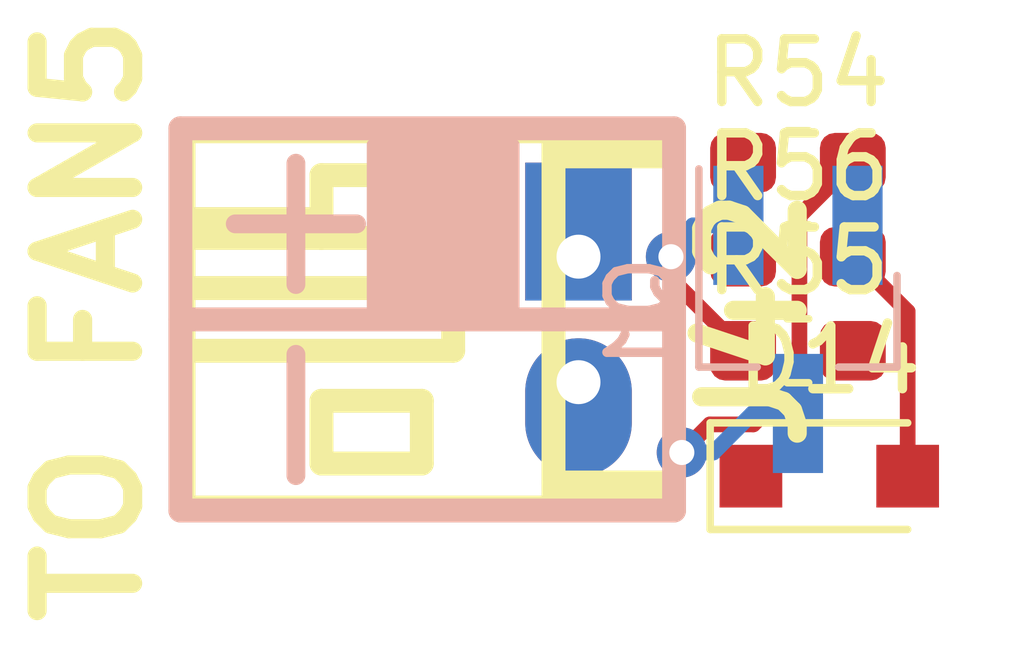
<source format=kicad_pcb>
(kicad_pcb (version 20171130) (host pcbnew 5.0.2-bee76a0~70~ubuntu18.04.1)

  (general
    (thickness 1.6)
    (drawings 0)
    (tracks 18)
    (zones 0)
    (modules 6)
    (nets 10)
  )

  (page A4)
  (layers
    (0 F.Cu signal)
    (31 B.Cu signal)
    (32 B.Adhes user)
    (33 F.Adhes user)
    (34 B.Paste user)
    (35 F.Paste user)
    (36 B.SilkS user)
    (37 F.SilkS user)
    (38 B.Mask user)
    (39 F.Mask user)
    (40 Dwgs.User user)
    (41 Cmts.User user)
    (42 Eco1.User user)
    (43 Eco2.User user)
    (44 Edge.Cuts user)
    (45 Margin user)
    (46 B.CrtYd user)
    (47 F.CrtYd user)
    (48 B.Fab user)
    (49 F.Fab user)
  )

  (setup
    (last_trace_width 0.25)
    (trace_clearance 0.2)
    (zone_clearance 0.508)
    (zone_45_only no)
    (trace_min 0.2)
    (segment_width 0.2)
    (edge_width 0.1)
    (via_size 0.8)
    (via_drill 0.4)
    (via_min_size 0.4)
    (via_min_drill 0.3)
    (uvia_size 0.3)
    (uvia_drill 0.1)
    (uvias_allowed no)
    (uvia_min_size 0.2)
    (uvia_min_drill 0.1)
    (pcb_text_width 0.3)
    (pcb_text_size 1.5 1.5)
    (mod_edge_width 0.15)
    (mod_text_size 1 1)
    (mod_text_width 0.15)
    (pad_size 1.5 1.5)
    (pad_drill 0.6)
    (pad_to_mask_clearance 0)
    (aux_axis_origin 0 0)
    (visible_elements FFFFEF7F)
    (pcbplotparams
      (layerselection 0x010fc_ffffffff)
      (usegerberextensions false)
      (usegerberattributes false)
      (usegerberadvancedattributes false)
      (creategerberjobfile false)
      (excludeedgelayer true)
      (linewidth 0.100000)
      (plotframeref false)
      (viasonmask false)
      (mode 1)
      (useauxorigin false)
      (hpglpennumber 1)
      (hpglpenspeed 20)
      (hpglpendiameter 15.000000)
      (psnegative false)
      (psa4output false)
      (plotreference true)
      (plotvalue true)
      (plotinvisibletext false)
      (padsonsilk false)
      (subtractmaskfromsilk false)
      (outputformat 1)
      (mirror false)
      (drillshape 1)
      (scaleselection 1)
      (outputdirectory ""))
  )

  (net 0 "")
  (net 1 "Net-(J42-Pad2)")
  (net 2 "Net-(J42-Pad1)")
  (net 3 VDD)
  (net 4 /FAN_PWM_OUTPUT)
  (net 5 /STM32_FAN_PWM)
  (net 6 "Net-(Q1-Pad1)")
  (net 7 /STM32_FAN_RPM)
  (net 8 GND)
  (net 9 /FAN_RPM)

  (net_class Default "This is the default net class."
    (clearance 0.2)
    (trace_width 0.25)
    (via_dia 0.8)
    (via_drill 0.4)
    (uvia_dia 0.3)
    (uvia_drill 0.1)
    (add_net /FAN_PWM_OUTPUT)
    (add_net /FAN_RPM)
    (add_net /STM32_FAN_PWM)
    (add_net /STM32_FAN_RPM)
    (add_net GND)
    (add_net "Net-(J42-Pad1)")
    (add_net "Net-(J42-Pad2)")
    (add_net "Net-(Q1-Pad1)")
    (add_net VDD)
  )

  (module Diode_SMD:D_SOD-323_HandSoldering (layer F.Cu) (tedit 58641869) (tstamp 5CC2B2B7)
    (at 13 22.5)
    (descr SOD-323)
    (tags SOD-323)
    (path /5BDC3BB5)
    (attr smd)
    (fp_text reference D14 (at 0 -1.85) (layer F.SilkS)
      (effects (font (size 1 1) (thickness 0.15)))
    )
    (fp_text value 1N4148 (at 0.1 1.9) (layer F.Fab)
      (effects (font (size 1 1) (thickness 0.15)))
    )
    (fp_text user %R (at 0 -1.85) (layer F.Fab)
      (effects (font (size 1 1) (thickness 0.15)))
    )
    (fp_line (start -1.9 -0.85) (end -1.9 0.85) (layer F.SilkS) (width 0.12))
    (fp_line (start 0.2 0) (end 0.45 0) (layer F.Fab) (width 0.1))
    (fp_line (start 0.2 0.35) (end -0.3 0) (layer F.Fab) (width 0.1))
    (fp_line (start 0.2 -0.35) (end 0.2 0.35) (layer F.Fab) (width 0.1))
    (fp_line (start -0.3 0) (end 0.2 -0.35) (layer F.Fab) (width 0.1))
    (fp_line (start -0.3 0) (end -0.5 0) (layer F.Fab) (width 0.1))
    (fp_line (start -0.3 -0.35) (end -0.3 0.35) (layer F.Fab) (width 0.1))
    (fp_line (start -0.9 0.7) (end -0.9 -0.7) (layer F.Fab) (width 0.1))
    (fp_line (start 0.9 0.7) (end -0.9 0.7) (layer F.Fab) (width 0.1))
    (fp_line (start 0.9 -0.7) (end 0.9 0.7) (layer F.Fab) (width 0.1))
    (fp_line (start -0.9 -0.7) (end 0.9 -0.7) (layer F.Fab) (width 0.1))
    (fp_line (start -2 -0.95) (end 2 -0.95) (layer F.CrtYd) (width 0.05))
    (fp_line (start 2 -0.95) (end 2 0.95) (layer F.CrtYd) (width 0.05))
    (fp_line (start -2 0.95) (end 2 0.95) (layer F.CrtYd) (width 0.05))
    (fp_line (start -2 -0.95) (end -2 0.95) (layer F.CrtYd) (width 0.05))
    (fp_line (start -1.9 0.85) (end 1.25 0.85) (layer F.SilkS) (width 0.12))
    (fp_line (start -1.9 -0.85) (end 1.25 -0.85) (layer F.SilkS) (width 0.12))
    (pad 1 smd rect (at -1.25 0) (size 1 1) (layers F.Cu F.Paste F.Mask)
      (net 9 /FAN_RPM))
    (pad 2 smd rect (at 1.25 0) (size 1 1) (layers F.Cu F.Paste F.Mask)
      (net 7 /STM32_FAN_RPM))
    (model ${KISYS3DMOD}/Diode_SMD.3dshapes/D_SOD-323.wrl
      (at (xyz 0 0 0))
      (scale (xyz 1 1 1))
      (rotate (xyz 0 0 0))
    )
  )

  (module Package_TO_SOT_SMD:SOT-23_Handsoldering (layer B.Cu) (tedit 5A0AB76C) (tstamp 5CC2B29F)
    (at 12.5 20 270)
    (descr "SOT-23, Handsoldering")
    (tags SOT-23)
    (path /5CC25062)
    (attr smd)
    (fp_text reference Q1 (at 0 2.5 270) (layer B.SilkS)
      (effects (font (size 1 1) (thickness 0.15)) (justify mirror))
    )
    (fp_text value SS9013_J3 (at 0 -2.5 270) (layer B.Fab)
      (effects (font (size 1 1) (thickness 0.15)) (justify mirror))
    )
    (fp_text user %R (at 0 0 180) (layer B.Fab)
      (effects (font (size 0.5 0.5) (thickness 0.075)) (justify mirror))
    )
    (fp_line (start 0.76 -1.58) (end 0.76 -0.65) (layer B.SilkS) (width 0.12))
    (fp_line (start 0.76 1.58) (end 0.76 0.65) (layer B.SilkS) (width 0.12))
    (fp_line (start -2.7 1.75) (end 2.7 1.75) (layer B.CrtYd) (width 0.05))
    (fp_line (start 2.7 1.75) (end 2.7 -1.75) (layer B.CrtYd) (width 0.05))
    (fp_line (start 2.7 -1.75) (end -2.7 -1.75) (layer B.CrtYd) (width 0.05))
    (fp_line (start -2.7 -1.75) (end -2.7 1.75) (layer B.CrtYd) (width 0.05))
    (fp_line (start 0.76 1.58) (end -2.4 1.58) (layer B.SilkS) (width 0.12))
    (fp_line (start -0.7 0.95) (end -0.7 -1.5) (layer B.Fab) (width 0.1))
    (fp_line (start -0.15 1.52) (end 0.7 1.52) (layer B.Fab) (width 0.1))
    (fp_line (start -0.7 0.95) (end -0.15 1.52) (layer B.Fab) (width 0.1))
    (fp_line (start 0.7 1.52) (end 0.7 -1.52) (layer B.Fab) (width 0.1))
    (fp_line (start -0.7 -1.52) (end 0.7 -1.52) (layer B.Fab) (width 0.1))
    (fp_line (start 0.76 -1.58) (end -0.7 -1.58) (layer B.SilkS) (width 0.12))
    (pad 1 smd rect (at -1.5 0.95 270) (size 1.9 0.8) (layers B.Cu B.Paste B.Mask)
      (net 6 "Net-(Q1-Pad1)"))
    (pad 2 smd rect (at -1.5 -0.95 270) (size 1.9 0.8) (layers B.Cu B.Paste B.Mask)
      (net 8 GND))
    (pad 3 smd rect (at 1.5 0 270) (size 1.9 0.8) (layers B.Cu B.Paste B.Mask)
      (net 4 /FAN_PWM_OUTPUT))
    (model ${KISYS3DMOD}/Package_TO_SOT_SMD.3dshapes/SOT-23.wrl
      (at (xyz 0 0 0))
      (scale (xyz 1 1 1))
      (rotate (xyz 0 0 0))
    )
  )

  (module Resistor_SMD:R_0603_1608Metric_Pad1.05x0.95mm_HandSolder (layer F.Cu) (tedit 5B301BBD) (tstamp 5CC2B28A)
    (at 12.5 19)
    (descr "Resistor SMD 0603 (1608 Metric), square (rectangular) end terminal, IPC_7351 nominal with elongated pad for handsoldering. (Body size source: http://www.tortai-tech.com/upload/download/2011102023233369053.pdf), generated with kicad-footprint-generator")
    (tags "resistor handsolder")
    (path /5BDC0610)
    (attr smd)
    (fp_text reference R56 (at 0 -1.43) (layer F.SilkS)
      (effects (font (size 1 1) (thickness 0.15)))
    )
    (fp_text value R103 (at 0 1.43) (layer F.Fab)
      (effects (font (size 1 1) (thickness 0.15)))
    )
    (fp_line (start -0.8 0.4) (end -0.8 -0.4) (layer F.Fab) (width 0.1))
    (fp_line (start -0.8 -0.4) (end 0.8 -0.4) (layer F.Fab) (width 0.1))
    (fp_line (start 0.8 -0.4) (end 0.8 0.4) (layer F.Fab) (width 0.1))
    (fp_line (start 0.8 0.4) (end -0.8 0.4) (layer F.Fab) (width 0.1))
    (fp_line (start -0.171267 -0.51) (end 0.171267 -0.51) (layer F.SilkS) (width 0.12))
    (fp_line (start -0.171267 0.51) (end 0.171267 0.51) (layer F.SilkS) (width 0.12))
    (fp_line (start -1.65 0.73) (end -1.65 -0.73) (layer F.CrtYd) (width 0.05))
    (fp_line (start -1.65 -0.73) (end 1.65 -0.73) (layer F.CrtYd) (width 0.05))
    (fp_line (start 1.65 -0.73) (end 1.65 0.73) (layer F.CrtYd) (width 0.05))
    (fp_line (start 1.65 0.73) (end -1.65 0.73) (layer F.CrtYd) (width 0.05))
    (fp_text user %R (at 0 0) (layer F.Fab)
      (effects (font (size 0.4 0.4) (thickness 0.06)))
    )
    (pad 1 smd roundrect (at -0.875 0) (size 1.05 0.95) (layers F.Cu F.Paste F.Mask) (roundrect_rratio 0.25)
      (net 3 VDD))
    (pad 2 smd roundrect (at 0.875 0) (size 1.05 0.95) (layers F.Cu F.Paste F.Mask) (roundrect_rratio 0.25)
      (net 7 /STM32_FAN_RPM))
    (model ${KISYS3DMOD}/Resistor_SMD.3dshapes/R_0603_1608Metric.wrl
      (at (xyz 0 0 0))
      (scale (xyz 1 1 1))
      (rotate (xyz 0 0 0))
    )
  )

  (module Resistor_SMD:R_0603_1608Metric_Pad1.05x0.95mm_HandSolder (layer F.Cu) (tedit 5B301BBD) (tstamp 5CC2B279)
    (at 12.5 20.5)
    (descr "Resistor SMD 0603 (1608 Metric), square (rectangular) end terminal, IPC_7351 nominal with elongated pad for handsoldering. (Body size source: http://www.tortai-tech.com/upload/download/2011102023233369053.pdf), generated with kicad-footprint-generator")
    (tags "resistor handsolder")
    (path /5CC2505E)
    (attr smd)
    (fp_text reference R55 (at 0 -1.43) (layer F.SilkS)
      (effects (font (size 1 1) (thickness 0.15)))
    )
    (fp_text value R471 (at 0 1.43) (layer F.Fab)
      (effects (font (size 1 1) (thickness 0.15)))
    )
    (fp_text user %R (at 0 0) (layer F.Fab)
      (effects (font (size 0.4 0.4) (thickness 0.06)))
    )
    (fp_line (start 1.65 0.73) (end -1.65 0.73) (layer F.CrtYd) (width 0.05))
    (fp_line (start 1.65 -0.73) (end 1.65 0.73) (layer F.CrtYd) (width 0.05))
    (fp_line (start -1.65 -0.73) (end 1.65 -0.73) (layer F.CrtYd) (width 0.05))
    (fp_line (start -1.65 0.73) (end -1.65 -0.73) (layer F.CrtYd) (width 0.05))
    (fp_line (start -0.171267 0.51) (end 0.171267 0.51) (layer F.SilkS) (width 0.12))
    (fp_line (start -0.171267 -0.51) (end 0.171267 -0.51) (layer F.SilkS) (width 0.12))
    (fp_line (start 0.8 0.4) (end -0.8 0.4) (layer F.Fab) (width 0.1))
    (fp_line (start 0.8 -0.4) (end 0.8 0.4) (layer F.Fab) (width 0.1))
    (fp_line (start -0.8 -0.4) (end 0.8 -0.4) (layer F.Fab) (width 0.1))
    (fp_line (start -0.8 0.4) (end -0.8 -0.4) (layer F.Fab) (width 0.1))
    (pad 2 smd roundrect (at 0.875 0) (size 1.05 0.95) (layers F.Cu F.Paste F.Mask) (roundrect_rratio 0.25)
      (net 5 /STM32_FAN_PWM))
    (pad 1 smd roundrect (at -0.875 0) (size 1.05 0.95) (layers F.Cu F.Paste F.Mask) (roundrect_rratio 0.25)
      (net 6 "Net-(Q1-Pad1)"))
    (model ${KISYS3DMOD}/Resistor_SMD.3dshapes/R_0603_1608Metric.wrl
      (at (xyz 0 0 0))
      (scale (xyz 1 1 1))
      (rotate (xyz 0 0 0))
    )
  )

  (module Resistor_SMD:R_0603_1608Metric_Pad1.05x0.95mm_HandSolder (layer F.Cu) (tedit 5B301BBD) (tstamp 5CC2B268)
    (at 12.5 17.5)
    (descr "Resistor SMD 0603 (1608 Metric), square (rectangular) end terminal, IPC_7351 nominal with elongated pad for handsoldering. (Body size source: http://www.tortai-tech.com/upload/download/2011102023233369053.pdf), generated with kicad-footprint-generator")
    (tags "resistor handsolder")
    (path /5CC2505F)
    (attr smd)
    (fp_text reference R54 (at 0 -1.43) (layer F.SilkS)
      (effects (font (size 1 1) (thickness 0.15)))
    )
    (fp_text value R331 (at 0 1.43) (layer F.Fab)
      (effects (font (size 1 1) (thickness 0.15)))
    )
    (fp_line (start -0.8 0.4) (end -0.8 -0.4) (layer F.Fab) (width 0.1))
    (fp_line (start -0.8 -0.4) (end 0.8 -0.4) (layer F.Fab) (width 0.1))
    (fp_line (start 0.8 -0.4) (end 0.8 0.4) (layer F.Fab) (width 0.1))
    (fp_line (start 0.8 0.4) (end -0.8 0.4) (layer F.Fab) (width 0.1))
    (fp_line (start -0.171267 -0.51) (end 0.171267 -0.51) (layer F.SilkS) (width 0.12))
    (fp_line (start -0.171267 0.51) (end 0.171267 0.51) (layer F.SilkS) (width 0.12))
    (fp_line (start -1.65 0.73) (end -1.65 -0.73) (layer F.CrtYd) (width 0.05))
    (fp_line (start -1.65 -0.73) (end 1.65 -0.73) (layer F.CrtYd) (width 0.05))
    (fp_line (start 1.65 -0.73) (end 1.65 0.73) (layer F.CrtYd) (width 0.05))
    (fp_line (start 1.65 0.73) (end -1.65 0.73) (layer F.CrtYd) (width 0.05))
    (fp_text user %R (at 0 0) (layer F.Fab)
      (effects (font (size 0.4 0.4) (thickness 0.06)))
    )
    (pad 1 smd roundrect (at -0.875 0) (size 1.05 0.95) (layers F.Cu F.Paste F.Mask) (roundrect_rratio 0.25)
      (net 3 VDD))
    (pad 2 smd roundrect (at 0.875 0) (size 1.05 0.95) (layers F.Cu F.Paste F.Mask) (roundrect_rratio 0.25)
      (net 4 /FAN_PWM_OUTPUT))
    (model ${KISYS3DMOD}/Resistor_SMD.3dshapes/R_0603_1608Metric.wrl
      (at (xyz 0 0 0))
      (scale (xyz 1 1 1))
      (rotate (xyz 0 0 0))
    )
  )

  (module footprint-lib:s2b-ph-kl,fan_output (layer F.Cu) (tedit 5CC1F274) (tstamp 5CC2B257)
    (at 9 20 270)
    (descr "JST PH series connector, S2B-PH-KL")
    (path /5CC288DA)
    (fp_text reference J42 (at 0 -2.79908 270) (layer F.SilkS)
      (effects (font (size 1.524 1.524) (thickness 0.3048)))
    )
    (fp_text value "TO FAN5" (at 0 7.80034 270) (layer F.SilkS)
      (effects (font (size 1.524 1.524) (thickness 0.3048)))
    )
    (fp_line (start -2.99974 -1.39954) (end -2.99974 6.2992) (layer F.SilkS) (width 0.381))
    (fp_line (start -2.60096 -1.39954) (end -2.99974 -1.39954) (layer F.SilkS) (width 0.381))
    (fp_line (start -2.60096 0.39878) (end -2.60096 -1.39954) (layer F.SilkS) (width 0.381))
    (fp_line (start 2.60096 -1.39954) (end 2.60096 0.39878) (layer F.SilkS) (width 0.381))
    (fp_line (start 2.99974 -1.39954) (end 2.60096 -1.39954) (layer F.SilkS) (width 0.381))
    (fp_line (start 2.99974 6.2992) (end 2.99974 -1.39954) (layer F.SilkS) (width 0.381))
    (fp_line (start -2.99974 6.2992) (end 2.99974 6.2992) (layer F.SilkS) (width 0.381))
    (fp_line (start -2.79908 -1.39954) (end -2.79908 0.39878) (layer F.SilkS) (width 0.381))
    (fp_line (start 2.79908 -1.39954) (end 2.79908 0.39878) (layer F.SilkS) (width 0.381))
    (fp_line (start 2.99974 0.39878) (end -2.99974 0.39878) (layer F.SilkS) (width 0.381))
    (fp_line (start -2.30124 4.09956) (end -2.30124 2.49936) (layer F.SilkS) (width 0.381))
    (fp_line (start -1.30048 4.09956) (end -2.30124 4.09956) (layer F.SilkS) (width 0.381))
    (fp_line (start -1.30048 2.49936) (end -1.30048 4.09956) (layer F.SilkS) (width 0.381))
    (fp_line (start -2.30124 2.49936) (end -1.30048 2.49936) (layer F.SilkS) (width 0.381))
    (fp_line (start 1.29794 2.49936) (end 2.2987 2.49936) (layer F.SilkS) (width 0.381))
    (fp_line (start 2.2987 2.49936) (end 2.2987 4.09956) (layer F.SilkS) (width 0.381))
    (fp_line (start 2.2987 4.09956) (end 1.29794 4.09956) (layer F.SilkS) (width 0.381))
    (fp_line (start 1.29794 4.09956) (end 1.29794 2.49936) (layer F.SilkS) (width 0.381))
    (fp_line (start 0.50038 1.99898) (end -0.50038 1.99898) (layer F.SilkS) (width 0.381))
    (fp_line (start -0.50038 1.99898) (end -0.50038 6.2992) (layer F.SilkS) (width 0.381))
    (fp_line (start 0.50038 1.99898) (end 0.50038 6.2992) (layer F.SilkS) (width 0.381))
    (fp_line (start -1.6002 6.2992) (end -1.6002 4.09956) (layer F.SilkS) (width 0.381))
    (fp_line (start -1.30048 6.2992) (end -1.6002 6.2992) (layer F.SilkS) (width 0.381))
    (fp_line (start -1.30048 4.09956) (end -1.30048 6.2992) (layer F.SilkS) (width 0.381))
    (fp_poly (pts (xy -2.794 1.016) (xy 0 1.016) (xy 0 3.302) (xy -2.794 3.302)) (layer B.SilkS) (width 0.15))
    (fp_text user + (at -1.524 4.699 270) (layer B.SilkS)
      (effects (font (size 2.54 2.54) (thickness 0.3)) (justify mirror))
    )
    (fp_text user - (at 1.524 4.699 270) (layer B.SilkS)
      (effects (font (size 2.54 2.54) (thickness 0.3)) (justify mirror))
    )
    (fp_line (start -3.048 -1.524) (end -3.048 6.35) (layer B.SilkS) (width 0.381))
    (fp_line (start -3.048 -1.524) (end 3.048 -1.524) (layer B.SilkS) (width 0.381))
    (fp_line (start 3.048 -1.524) (end 3.048 6.35) (layer B.SilkS) (width 0.381))
    (fp_line (start 3.048 6.35) (end -3.048 6.35) (layer B.SilkS) (width 0.381))
    (fp_line (start 0 -1.524) (end 0 6.35) (layer B.SilkS) (width 0.381))
    (pad 2 thru_hole oval (at 1.00076 0 270) (size 2.19888 1.69926) (drill 0.70104 (offset 0.4 0)) (layers *.Cu *.Mask)
      (net 1 "Net-(J42-Pad2)"))
    (pad 1 thru_hole rect (at -1.00076 0 270) (size 2.19888 1.69926) (drill 0.70104 (offset -0.4 0)) (layers *.Cu *.Mask)
      (net 2 "Net-(J42-Pad1)"))
    (model ${HOME}/_workspace/kicad/kicad_library/smisioto-footprints/modules/packages3d/walter/conn_jst-ph/s2b-ph-kl.wrl
      (at (xyz 0 0 0))
      (scale (xyz 1 1 1))
      (rotate (xyz 0 0 0))
    )
  )

  (segment (start 11.625 17.5) (end 11.625 19) (width 0.25) (layer F.Cu) (net 3))
  (segment (start 12.5 21.5) (end 11.7747 21.5) (width 0.25) (layer B.Cu) (net 4))
  (segment (start 13.375 17.5) (end 12.5237 18.3513) (width 0.25) (layer F.Cu) (net 4))
  (segment (start 12.5237 18.3513) (end 12.5237 20.9376) (width 0.25) (layer F.Cu) (net 4))
  (segment (start 12.5237 20.9376) (end 11.7866 21.6747) (width 0.25) (layer F.Cu) (net 4))
  (segment (start 11.7866 21.6747) (end 11.0955 21.6747) (width 0.25) (layer F.Cu) (net 4))
  (segment (start 11.0955 21.6747) (end 10.6478 22.1224) (width 0.25) (layer F.Cu) (net 4))
  (segment (start 11.7747 21.5) (end 11.1523 22.1224) (width 0.25) (layer B.Cu) (net 4))
  (segment (start 11.1523 22.1224) (end 10.6478 22.1224) (width 0.25) (layer B.Cu) (net 4))
  (via (at 10.6478 22.1224) (size 0.8) (layers F.Cu B.Cu) (net 4))
  (segment (start 11.55 18.5) (end 10.8247 18.5) (width 0.25) (layer B.Cu) (net 6))
  (segment (start 10.4744 19) (end 10.8247 18.6497) (width 0.25) (layer B.Cu) (net 6))
  (segment (start 10.8247 18.6497) (end 10.8247 18.5) (width 0.25) (layer B.Cu) (net 6))
  (segment (start 11.625 20.5) (end 10.4744 19.3494) (width 0.25) (layer F.Cu) (net 6))
  (segment (start 10.4744 19.3494) (end 10.4744 19) (width 0.25) (layer F.Cu) (net 6))
  (via (at 10.4744 19) (size 0.8) (layers F.Cu B.Cu) (net 6))
  (segment (start 13.375 19) (end 14.25 19.875) (width 0.25) (layer F.Cu) (net 7))
  (segment (start 14.25 19.875) (end 14.25 22.5) (width 0.25) (layer F.Cu) (net 7))

)

</source>
